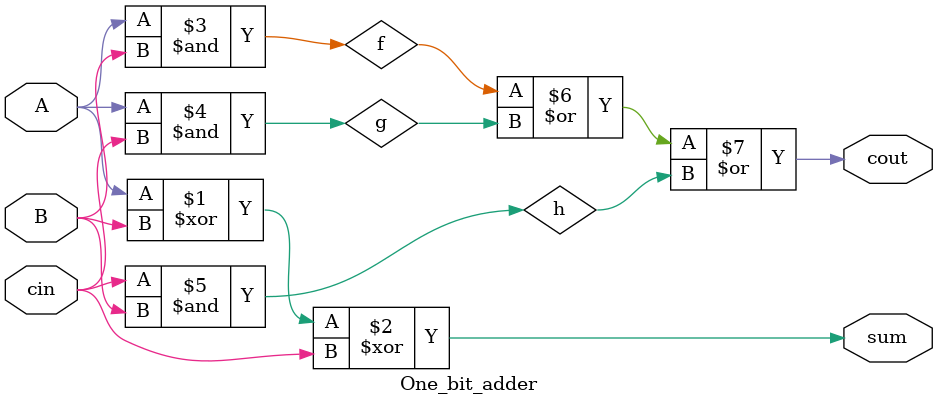
<source format=v>
`timescale 1ns / 1ps

module One_bit_adder(A, B, cin, cout , sum);
input A,B,cin;
output cout,sum;

    xor(sum, A, B, cin);
    and(f,A,B);
    and(g,A,cin);
    and(h,cin,B);
    or(cout,f,g,h);
    
endmodule

</source>
